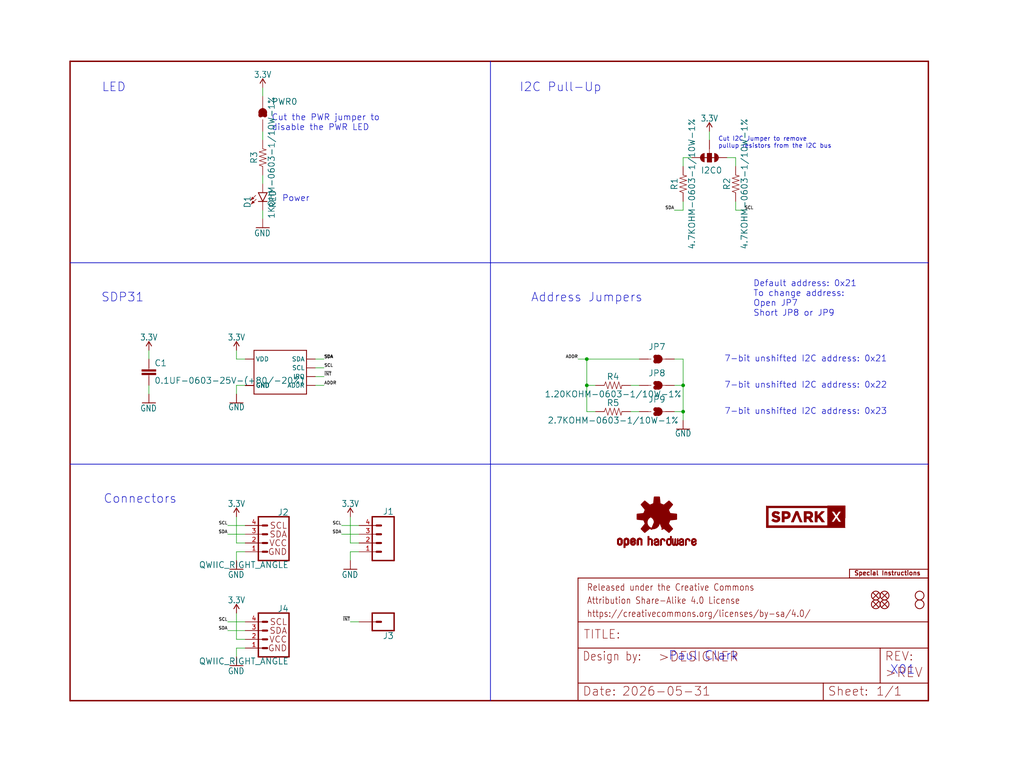
<source format=kicad_sch>
(kicad_sch (version 20230121) (generator eeschema)
  (paper "User" 297.002 223.926)
  (lib_symbols
    (symbol "working-eagle-import:0.1UF-0603-25V-(+80/-20%)"
      (property "Reference" "C" (at 1.524 2.921 0))
      (symbol "0.1UF-0603-25V-(+80/-20%)_1_0"
        (pin passive line (at 0 5.08 270) (length 2.54) (name "1") (number "1"))
        (pin passive line (at 0 -2.54 90) (length 2.54) (name "2") (number "2"))
      )
    )
    (symbol "working-eagle-import:1.20KOHM-0603-1/10W-1%"
      (property "Reference" "R" (at 0 1.524 0))
      (symbol "1.20KOHM-0603-1/10W-1%_1_0"
        (pin passive line (at -5.08 0 0) (length 2.54) (name "1") (number "1"))
        (pin passive line (at 5.08 0 180) (length 2.54) (name "2") (number "2"))
      )
    )
    (symbol "working-eagle-import:1KOHM-0603-1/10W-1%"
      (property "Reference" "R" (at 0 1.524 0))
      (symbol "1KOHM-0603-1/10W-1%_1_0"
        (pin passive line (at -5.08 0 0) (length 2.54) (name "1") (number "1"))
        (pin passive line (at 5.08 0 180) (length 2.54) (name "2") (number "2"))
      )
    )
    (symbol "working-eagle-import:2.7KOHM-0603-1/10W-1%"
      (property "Reference" "R" (at 0 1.524 0))
      (symbol "2.7KOHM-0603-1/10W-1%_1_0"
        (pin passive line (at -5.08 0 0) (length 2.54) (name "1") (number "1"))
        (pin passive line (at 5.08 0 180) (length 2.54) (name "2") (number "2"))
      )
    )
    (symbol "working-eagle-import:3.3V" (power)
      (property "Value" "3.3V" (at 0 2.794 0))
      (symbol "3.3V_1_0"
        (pin power_in line (at 0 0 90) (length 2.54) (name "3.3V") (number "1"))
      )
    )
    (symbol "working-eagle-import:4.7KOHM-0603-1/10W-1%"
      (property "Reference" "R" (at 0 1.524 0))
      (symbol "4.7KOHM-0603-1/10W-1%_1_0"
        (pin passive line (at -5.08 0 0) (length 2.54) (name "1") (number "1"))
        (pin passive line (at 5.08 0 180) (length 2.54) (name "2") (number "2"))
      )
    )
    (symbol "working-eagle-import:CONN_01PTH_NO_SILK_YES_STOP"
      (property "Reference" "J" (at -2.54 3.048 0))
      (symbol "CONN_01PTH_NO_SILK_YES_STOP_1_0"
        (pin passive line (at 7.62 0 180) (length 5.08) (name "1") (number "1"))
      )
    )
    (symbol "working-eagle-import:CONN_041X04_NO_SILK"
      (property "Reference" "J" (at -5.08 8.128 0))
      (symbol "CONN_041X04_NO_SILK_1_0"
        (pin passive line (at 5.08 -2.54 180) (length 5.08) (name "1") (number "1"))
        (pin passive line (at 5.08 0 180) (length 5.08) (name "2") (number "2"))
        (pin passive line (at 5.08 2.54 180) (length 5.08) (name "3") (number "3"))
        (pin passive line (at 5.08 5.08 180) (length 5.08) (name "4") (number "4"))
      )
    )
    (symbol "working-eagle-import:FIDUCIALUFIDUCIAL")
    (symbol "working-eagle-import:FRAME-LETTER"
      (symbol "FRAME-LETTER_2_0"
        (text "${#}/${##}" (at 86.36 1.27 0) (effects (font (size 2.54 2.54)) (justify left bottom)))
        (text "${CURRENT_DATE}" (at 12.7 1.27 0) (effects (font (size 2.54 2.54)) (justify left bottom)))
        (text "${PROJECTNAME}" (at 15.494 17.78 0) (effects (font (size 2.7432 2.7432)) (justify left bottom)))
        (text ">DESIGNER" (at 23.114 11.176 0) (effects (font (size 2.7432 2.7432)) (justify left bottom)))
        (text ">REV" (at 88.9 6.604 0) (effects (font (size 2.7432 2.7432)) (justify left bottom)))
        (text "Attribution Share-Alike 4.0 License" (at 2.54 27.94 0) (effects (font (size 1.9304 1.6408)) (justify left bottom)))
        (text "Date:" (at 1.27 1.27 0) (effects (font (size 2.54 2.54)) (justify left bottom)))
        (text "Design by:" (at 1.27 11.43 0) (effects (font (size 2.54 2.159)) (justify left bottom)))
        (text "https://creativecommons.org/licenses/by-sa/4.0/" (at 2.54 24.13 0) (effects (font (size 1.9304 1.6408)) (justify left bottom)))
        (text "Released under the Creative Commons" (at 2.54 31.75 0) (effects (font (size 1.9304 1.6408)) (justify left bottom)))
        (text "REV:" (at 88.9 11.43 0) (effects (font (size 2.54 2.54)) (justify left bottom)))
        (text "Sheet:" (at 72.39 1.27 0) (effects (font (size 2.54 2.54)) (justify left bottom)))
        (text "TITLE:" (at 1.524 17.78 0) (effects (font (size 2.54 2.54)) (justify left bottom)))
      )
    )
    (symbol "working-eagle-import:GND" (power)
      (property "Value" "GND" (at 0 -0.254 0))
      (symbol "GND_1_0"
        (pin power_in line (at 0 2.54 270) (length 2.54) (name "GND") (number "1"))
      )
    )
    (symbol "working-eagle-import:JUMPER-SMT_2_NC_TRACE_SILK"
      (property "Reference" "JP" (at -2.54 2.54 0))
      (symbol "JUMPER-SMT_2_NC_TRACE_SILK_1_0"
        (pin passive line (at -5.08 0 0) (length 2.54) (name "1") (number "1"))
        (pin passive line (at 5.08 0 180) (length 2.54) (name "2") (number "2"))
      )
    )
    (symbol "working-eagle-import:JUMPER-SMT_2_NO_SILK"
      (property "Reference" "JP" (at -2.54 2.54 0))
      (symbol "JUMPER-SMT_2_NO_SILK_1_0"
        (pin passive line (at -5.08 0 0) (length 2.54) (name "1") (number "1"))
        (pin passive line (at 5.08 0 180) (length 2.54) (name "2") (number "2"))
      )
    )
    (symbol "working-eagle-import:JUMPER-SMT_3_2-NC_TRACE_SILK"
      (property "Reference" "JP" (at 2.54 0.381 0))
      (symbol "JUMPER-SMT_3_2-NC_TRACE_SILK_1_0"
        (pin passive line (at 0 5.08 270) (length 2.54) (name "1") (number "1"))
        (pin passive line (at -5.08 0 0) (length 2.54) (name "2") (number "2"))
        (pin passive line (at 0 -5.08 90) (length 2.54) (name "3") (number "3"))
      )
    )
    (symbol "working-eagle-import:LED-RED0603"
      (property "Reference" "D" (at -3.429 -4.572 90))
      (symbol "LED-RED0603_1_0"
        (pin passive line (at 0 2.54 270) (length 2.54) (name "A") (number "A"))
        (pin passive line (at 0 -5.08 90) (length 2.54) (name "C") (number "C"))
      )
    )
    (symbol "working-eagle-import:OSHW-LOGOS")
    (symbol "working-eagle-import:QWIIC_CONNECTORJS-1MM"
      (property "Reference" "J" (at -5.08 7.874 0))
      (symbol "QWIIC_CONNECTORJS-1MM_1_0"
        (text "GND" (at -4.572 -2.54 0) (effects (font (size 1.778 1.778)) (justify left)))
        (text "SCL" (at -4.572 5.08 0) (effects (font (size 1.778 1.778)) (justify left)))
        (text "SDA" (at -4.572 2.54 0) (effects (font (size 1.778 1.778)) (justify left)))
        (text "VCC" (at -4.572 0 0) (effects (font (size 1.778 1.778)) (justify left)))
        (pin power_in line (at 7.62 -2.54 180) (length 5.08) (name "1") (number "1"))
        (pin power_in line (at 7.62 0 180) (length 5.08) (name "2") (number "2"))
        (pin passive line (at 7.62 2.54 180) (length 5.08) (name "3") (number "3"))
        (pin passive line (at 7.62 5.08 180) (length 5.08) (name "4") (number "4"))
      )
    )
    (symbol "working-eagle-import:SDP3X_SDP31"
      (symbol "SDP3X_SDP31_1_0"
        (pin power_in line (at -10.16 -5.08 0) (length 2.54) (name "GND") (number "1"))
        (pin power_in line (at -10.16 -5.08 0) (length 2.54) (name "GND") (number "10"))
        (pin power_in line (at -10.16 -5.08 0) (length 2.54) (name "GND") (number "11"))
        (pin power_in line (at -10.16 -5.08 0) (length 2.54) (name "GND") (number "2"))
        (pin power_in line (at -10.16 -5.08 0) (length 2.54) (name "GND") (number "3"))
        (pin output line (at 10.16 -2.54 180) (length 2.54) (name "IRQ") (number "4"))
        (pin bidirectional line (at 10.16 0 180) (length 2.54) (name "SCL") (number "5"))
        (pin power_in line (at -10.16 -5.08 0) (length 2.54) (name "GND") (number "6"))
        (pin power_in line (at -10.16 2.54 0) (length 2.54) (name "VDD") (number "7"))
        (pin bidirectional line (at 10.16 2.54 180) (length 2.54) (name "SDA") (number "8"))
        (pin bidirectional line (at 10.16 -5.08 180) (length 2.54) (name "ADDR") (number "9"))
        (pin power_in line (at -10.16 -5.08 0) (length 2.54) (name "GND") (number "DIEPAD1"))
        (pin power_in line (at -10.16 -5.08 0) (length 2.54) (name "GND") (number "DIEPAD2"))
      )
    )
    (symbol "working-eagle-import:SPARKX-LOGO3")
    (symbol "working-eagle-import:SPECIAL_INSTRUCTIONS-ORDERING"
      (symbol "SPECIAL_INSTRUCTIONS-ORDERING_1_0"
        (text "Special Instructions" (at 1.27 0.6985 0) (effects (font (size 1.27 1.27) (thickness 0.254) bold) (justify left bottom)))
      )
    )
    (symbol "working-eagle-import:STAND-OFF")
  )
  (junction (at 170.18 104.14))
  (junction (at 170.18 111.76))
  (junction (at 198.12 111.76))
  (junction (at 198.12 119.38))
  (wire (pts (xy 213.36 58.42) (xy 213.36 60.96)) (stroke (width 0.1524)))
  (wire (pts (xy 182.88 111.76) (xy 185.42 111.76)) (stroke (width 0.1524)))
  (wire (pts (xy 170.18 111.76) (xy 170.18 119.38)) (stroke (width 0.1524)))
  (wire (pts (xy 198.12 60.96) (xy 195.58 60.96)) (stroke (width 0.1524)))
  (wire (pts (xy 172.72 119.38) (xy 170.18 119.38)) (stroke (width 0.1524)))
  (wire (pts (xy 198.12 119.38) (xy 198.12 121.92)) (stroke (width 0.1524)))
  (wire (pts (xy 104.14 152.4) (xy 99.06 152.4)) (stroke (width 0.1524)))
  (wire (pts (xy 91.44 106.68) (xy 93.98 106.68)) (stroke (width 0.1524)))
  (wire (pts (xy 71.12 182.88) (xy 66.04 182.88)) (stroke (width 0.1524)))
  (wire (pts (xy 182.88 119.38) (xy 185.42 119.38)) (stroke (width 0.1524)))
  (polyline (pts (xy 142.24 76.2) (xy 142.24 17.78)) (stroke (width 0.2032) (type solid)))
  (wire (pts (xy 43.18 111.76) (xy 43.18 114.3)) (stroke (width 0.1524)))
  (wire (pts (xy 76.2 40.64) (xy 76.2 38.1)) (stroke (width 0.1524)))
  (polyline (pts (xy 142.24 134.62) (xy 269.24 134.62)) (stroke (width 0.2032) (type solid)))
  (wire (pts (xy 170.18 104.14) (xy 170.18 111.76)) (stroke (width 0.1524)))
  (wire (pts (xy 71.12 152.4) (xy 66.04 152.4)) (stroke (width 0.1524)))
  (wire (pts (xy 172.72 111.76) (xy 170.18 111.76)) (stroke (width 0.1524)))
  (wire (pts (xy 198.12 45.72) (xy 200.66 45.72)) (stroke (width 0.1524)))
  (wire (pts (xy 76.2 53.34) (xy 76.2 50.8)) (stroke (width 0.1524)))
  (polyline (pts (xy 142.24 203.2) (xy 142.24 134.62)) (stroke (width 0.2032) (type solid)))
  (wire (pts (xy 68.58 104.14) (xy 68.58 101.6)) (stroke (width 0.1524)))
  (wire (pts (xy 104.14 157.48) (xy 101.6 157.48)) (stroke (width 0.1524)))
  (wire (pts (xy 71.12 111.76) (xy 68.58 111.76)) (stroke (width 0.1524)))
  (wire (pts (xy 71.12 180.34) (xy 66.04 180.34)) (stroke (width 0.1524)))
  (wire (pts (xy 68.58 111.76) (xy 68.58 114.3)) (stroke (width 0.1524)))
  (wire (pts (xy 71.12 154.94) (xy 66.04 154.94)) (stroke (width 0.1524)))
  (wire (pts (xy 104.14 180.34) (xy 101.6 180.34)) (stroke (width 0.1524)))
  (wire (pts (xy 71.12 157.48) (xy 68.58 157.48)) (stroke (width 0.1524)))
  (wire (pts (xy 71.12 160.02) (xy 68.58 160.02)) (stroke (width 0.1524)))
  (wire (pts (xy 68.58 187.96) (xy 68.58 190.5)) (stroke (width 0.1524)))
  (wire (pts (xy 195.58 119.38) (xy 198.12 119.38)) (stroke (width 0.1524)))
  (wire (pts (xy 71.12 187.96) (xy 68.58 187.96)) (stroke (width 0.1524)))
  (wire (pts (xy 213.36 45.72) (xy 213.36 48.26)) (stroke (width 0.1524)))
  (polyline (pts (xy 142.24 76.2) (xy 269.24 76.2)) (stroke (width 0.2032) (type solid)))
  (wire (pts (xy 76.2 63.5) (xy 76.2 60.96)) (stroke (width 0.1524)))
  (wire (pts (xy 104.14 160.02) (xy 101.6 160.02)) (stroke (width 0.1524)))
  (wire (pts (xy 213.36 60.96) (xy 215.9 60.96)) (stroke (width 0.1524)))
  (wire (pts (xy 68.58 160.02) (xy 68.58 162.56)) (stroke (width 0.1524)))
  (wire (pts (xy 91.44 104.14) (xy 93.98 104.14)) (stroke (width 0.1524)))
  (wire (pts (xy 71.12 104.14) (xy 68.58 104.14)) (stroke (width 0.1524)))
  (wire (pts (xy 198.12 60.96) (xy 198.12 58.42)) (stroke (width 0.1524)))
  (wire (pts (xy 68.58 185.42) (xy 68.58 177.8)) (stroke (width 0.1524)))
  (wire (pts (xy 185.42 104.14) (xy 170.18 104.14)) (stroke (width 0.1524)))
  (wire (pts (xy 43.18 104.14) (xy 43.18 101.6)) (stroke (width 0.1524)))
  (wire (pts (xy 91.44 111.76) (xy 93.98 111.76)) (stroke (width 0.1524)))
  (wire (pts (xy 71.12 185.42) (xy 68.58 185.42)) (stroke (width 0.1524)))
  (wire (pts (xy 198.12 104.14) (xy 198.12 111.76)) (stroke (width 0.1524)))
  (wire (pts (xy 195.58 111.76) (xy 198.12 111.76)) (stroke (width 0.1524)))
  (wire (pts (xy 76.2 27.94) (xy 76.2 25.4)) (stroke (width 0.1524)))
  (polyline (pts (xy 20.32 134.62) (xy 142.24 134.62)) (stroke (width 0.2032) (type solid)))
  (wire (pts (xy 198.12 48.26) (xy 198.12 45.72)) (stroke (width 0.1524)))
  (polyline (pts (xy 142.24 134.62) (xy 142.24 76.2)) (stroke (width 0.2032) (type solid)))
  (wire (pts (xy 101.6 157.48) (xy 101.6 149.86)) (stroke (width 0.1524)))
  (wire (pts (xy 101.6 160.02) (xy 101.6 162.56)) (stroke (width 0.1524)))
  (wire (pts (xy 91.44 109.22) (xy 93.98 109.22)) (stroke (width 0.1524)))
  (wire (pts (xy 205.74 38.1) (xy 205.74 40.64)) (stroke (width 0.1524)))
  (wire (pts (xy 68.58 157.48) (xy 68.58 149.86)) (stroke (width 0.1524)))
  (polyline (pts (xy 20.32 76.2) (xy 142.24 76.2)) (stroke (width 0.2032) (type solid)))
  (wire (pts (xy 198.12 111.76) (xy 198.12 119.38)) (stroke (width 0.1524)))
  (wire (pts (xy 104.14 154.94) (xy 99.06 154.94)) (stroke (width 0.1524)))
  (wire (pts (xy 170.18 104.14) (xy 167.64 104.14)) (stroke (width 0.1524)))
  (wire (pts (xy 210.82 45.72) (xy 213.36 45.72)) (stroke (width 0.1524)))
  (wire (pts (xy 195.58 104.14) (xy 198.12 104.14)) (stroke (width 0.1524)))
  (text "Power" (at 81.788 58.674 0) (effects (font (size 1.778 1.778)) (justify left bottom)))
  (text "7-bit unshifted I2C address: 0x22" (at 233.68 111.76 0) (effects (font (size 1.778 1.778))))
  (text "I2C Pull-Up" (at 162.56 25.4 0) (effects (font (size 2.54 2.54))))
  (text "Address Jumpers" (at 170.18 86.36 0) (effects (font (size 2.54 2.54))))
  (text "X01" (at 258.064 195.834 0) (effects (font (size 2.54 2.54)) (justify left bottom)))
  (text "LED" (at 33.02 25.4 0) (effects (font (size 2.54 2.54))))
  (text "7-bit unshifted I2C address: 0x23" (at 233.68 119.38 0) (effects (font (size 1.778 1.778))))
  (text "Default address: 0x21\nTo change address:\nOpen JP7\nShort JP8 or JP9" (at 218.44 81.28 0) (effects (font (size 1.778 1.778)) (justify left top)))
  (text "7-bit unshifted I2C address: 0x21" (at 233.68 104.14 0) (effects (font (size 1.778 1.778))))
  (text "Cut the PWR jumper to\ndisable the PWR LED" (at 78.74 38.1 0) (effects (font (size 1.778 1.778)) (justify left bottom)))
  (text "SDP31" (at 35.56 86.36 0) (effects (font (size 2.54 2.54))))
  (text "Cut I2C Jumper to remove\npullup resistors from the I2C bus" (at 208.28 43.18 0) (effects (font (size 1.27 1.27)) (justify left bottom)))
  (text "Connectors" (at 40.64 144.78 0) (effects (font (size 2.54 2.54))))
  (text "Paul Clark" (at 193.802 191.77 0) (effects (font (size 2.54 2.54)) (justify left bottom)))
  (label "SDA" (at 99.06 154.94 180) (effects (font (size 0.889 0.889))))
  (label "SCL" (at 66.04 180.34 180) (effects (font (size 0.889 0.889))))
  (label "~{INT}" (at 93.98 109.22 0) (effects (font (size 0.889 0.889))))
  (label "SDA" (at 66.04 182.88 180) (effects (font (size 0.889 0.889))))
  (label "SCL" (at 215.9 60.96 0) (effects (font (size 0.889 0.889))))
  (label "SDA" (at 93.98 104.14 0) (effects (font (size 0.889 0.889))))
  (label "SDA" (at 93.98 104.14 0) (effects (font (size 0.889 0.889))))
  (label "SDA" (at 93.98 104.14 0) (effects (font (size 0.889 0.889))))
  (label "SDA" (at 93.98 104.14 0) (effects (font (size 0.889 0.889))))
  (label "ADDR" (at 93.98 111.76 0) (effects (font (size 0.889 0.889))))
  (label "SCL" (at 66.04 152.4 180) (effects (font (size 0.889 0.889))))
  (label "SCL" (at 99.06 152.4 180) (effects (font (size 0.889 0.889))))
  (label "~{INT}" (at 101.6 180.34 180) (effects (font (size 0.889 0.889))))
  (label "SDA" (at 93.98 104.14 0) (effects (font (size 0.889 0.889))))
  (label "SCL" (at 93.98 106.68 0) (effects (font (size 0.889 0.889))))
  (label "SDA" (at 195.58 60.96 180) (effects (font (size 0.889 0.889))))
  (label "ADDR" (at 167.64 104.14 180) (effects (font (size 0.889 0.889))))
  (label "SDA" (at 66.04 154.94 180) (effects (font (size 0.889 0.889))))
  (symbol (lib_id "working-eagle-import:FIDUCIALUFIDUCIAL") (at 256.54 175.26 0) (unit 1)
    (property "Reference" "JP1" (effects hide))
    (property "Value" "FIDUCIALUFIDUCIAL" (effects hide))
    (property "Footprint" "working:FIDUCIAL-MICRO" (effects hide))
  )
  (symbol (lib_id "working-eagle-import:3.3V") (at 76.2 25.4 0) (unit 1)
    (property "Reference" "#SUPPLY10" (effects hide))
    (property "Value" "3.3V" (at 76.2 22.606 0) (effects (font (size 1.778 1.5113)) (justify bottom)))
  )
  (symbol (lib_id "working-eagle-import:JUMPER-SMT_2_NO_SILK") (at 190.5 111.76 0) (unit 1)
    (property "Reference" "JP8" (at 187.96 109.22 0) (effects (font (size 1.778 1.778)) (justify left bottom)))
    (property "Value" "JUMPER-SMT_2_NO_SILK" (effects hide))
    (property "Footprint" "working:SMT-JUMPER_2_NO_SILK" (effects hide))
  )
  (symbol (lib_id "working-eagle-import:3.3V") (at 101.6 149.86 0) (unit 1)
    (property "Reference" "#SUPPLY7" (effects hide))
    (property "Value" "3.3V" (at 101.6 147.066 0) (effects (font (size 1.778 1.5113)) (justify bottom)))
  )
  (symbol (lib_id "working-eagle-import:QWIIC_CONNECTORJS-1MM") (at 78.74 185.42 0) (mirror y) (unit 1)
    (property "Reference" "J4" (at 83.82 177.546 0) (effects (font (size 1.778 1.778)) (justify left bottom)))
    (property "Value" "QWIIC_RIGHT_ANGLE" (at 83.82 190.754 0) (effects (font (size 1.778 1.778)) (justify left top)))
    (property "Footprint" "working:JST04_1MM_RA" (effects hide))
  )
  (symbol (lib_id "working-eagle-import:FIDUCIALUFIDUCIAL") (at 254 172.72 0) (unit 1)
    (property "Reference" "JP2" (effects hide))
    (property "Value" "FIDUCIALUFIDUCIAL" (effects hide))
    (property "Footprint" "working:FIDUCIAL-MICRO" (effects hide))
  )
  (symbol (lib_id "working-eagle-import:GND") (at 43.18 116.84 0) (unit 1)
    (property "Reference" "#GND2" (effects hide))
    (property "Value" "GND" (at 40.64 119.38 0) (effects (font (size 1.778 1.5113)) (justify left bottom)))
  )
  (symbol (lib_id "working-eagle-import:FRAME-LETTER") (at 20.32 203.2 0) (unit 1)
    (property "Reference" "FRAME1" (effects hide))
    (property "Value" "FRAME-LETTER" (effects hide))
    (property "Footprint" "working:CREATIVE_COMMONS" (effects hide))
  )
  (symbol (lib_id "working-eagle-import:JUMPER-SMT_2_NC_TRACE_SILK") (at 76.2 33.02 90) (unit 1)
    (property "Reference" "PWR0" (at 78.74 30.48 90) (effects (font (size 1.778 1.778)) (justify right top)))
    (property "Value" "JUMPER-SMT_2_NC_TRACE_SILK" (effects hide))
    (property "Footprint" "working:SMT-JUMPER_2_NC_TRACE_SILK" (effects hide))
  )
  (symbol (lib_id "working-eagle-import:FIDUCIALUFIDUCIAL") (at 256.54 172.72 0) (unit 1)
    (property "Reference" "JP6" (effects hide))
    (property "Value" "FIDUCIALUFIDUCIAL" (effects hide))
    (property "Footprint" "working:FIDUCIAL-MICRO" (effects hide))
  )
  (symbol (lib_id "working-eagle-import:2.7KOHM-0603-1/10W-1%") (at 177.8 119.38 0) (unit 1)
    (property "Reference" "R5" (at 177.8 117.856 0) (effects (font (size 1.778 1.778)) (justify bottom)))
    (property "Value" "2.7KOHM-0603-1/10W-1%" (at 177.8 120.904 0) (effects (font (size 1.778 1.778)) (justify top)))
    (property "Footprint" "working:0603" (effects hide))
  )
  (symbol (lib_id "working-eagle-import:JUMPER-SMT_2_NO_SILK") (at 190.5 119.38 0) (unit 1)
    (property "Reference" "JP9" (at 187.96 116.84 0) (effects (font (size 1.778 1.778)) (justify left bottom)))
    (property "Value" "JUMPER-SMT_2_NO_SILK" (effects hide))
    (property "Footprint" "working:SMT-JUMPER_2_NO_SILK" (effects hide))
  )
  (symbol (lib_id "working-eagle-import:FIDUCIALUFIDUCIAL") (at 254 175.26 0) (unit 1)
    (property "Reference" "JP5" (effects hide))
    (property "Value" "FIDUCIALUFIDUCIAL" (effects hide))
    (property "Footprint" "working:FIDUCIAL-MICRO" (effects hide))
  )
  (symbol (lib_id "working-eagle-import:CONN_041X04_NO_SILK") (at 109.22 157.48 0) (mirror y) (unit 1)
    (property "Reference" "J1" (at 114.3 149.352 0) (effects (font (size 1.778 1.778)) (justify left bottom)))
    (property "Value" "CONN_041X04_NO_SILK" (effects hide))
    (property "Footprint" "working:1X04_NO_SILK" (effects hide))
  )
  (symbol (lib_id "working-eagle-import:OSHW-LOGOS") (at 190.5 149.86 0) (unit 1)
    (property "Reference" "LOGO5" (effects hide))
    (property "Value" "OSHW-LOGOS" (effects hide))
    (property "Footprint" "working:OSHW-LOGO-S" (effects hide))
  )
  (symbol (lib_id "working-eagle-import:4.7KOHM-0603-1/10W-1%") (at 213.36 53.34 90) (unit 1)
    (property "Reference" "R2" (at 211.836 53.34 0) (effects (font (size 1.778 1.778)) (justify bottom)))
    (property "Value" "4.7KOHM-0603-1/10W-1%" (at 214.884 53.34 0) (effects (font (size 1.778 1.778)) (justify top)))
    (property "Footprint" "working:0603" (effects hide))
  )
  (symbol (lib_id "working-eagle-import:3.3V") (at 68.58 101.6 0) (unit 1)
    (property "Reference" "#SUPPLY1" (effects hide))
    (property "Value" "3.3V" (at 68.58 98.806 0) (effects (font (size 1.778 1.5113)) (justify bottom)))
  )
  (symbol (lib_id "working-eagle-import:0.1UF-0603-25V-(+80/-20%)") (at 43.18 109.22 0) (unit 1)
    (property "Reference" "C1" (at 44.704 106.299 0) (effects (font (size 1.778 1.778)) (justify left bottom)))
    (property "Value" "0.1UF-0603-25V-(+80/-20%)" (at 44.704 111.379 0) (effects (font (size 1.778 1.778)) (justify left bottom)))
    (property "Footprint" "working:0603" (effects hide))
  )
  (symbol (lib_id "working-eagle-import:SPECIAL_INSTRUCTIONS-ORDERING") (at 246.38 167.64 0) (unit 1)
    (property "Reference" "LOGO1" (effects hide))
    (property "Value" "SPECIAL_INSTRUCTIONS-ORDERING" (effects hide))
    (property "Footprint" "working:ORDERING_INSTRUCTIONS" (effects hide))
  )
  (symbol (lib_id "working-eagle-import:4.7KOHM-0603-1/10W-1%") (at 198.12 53.34 90) (unit 1)
    (property "Reference" "R1" (at 196.596 53.34 0) (effects (font (size 1.778 1.778)) (justify bottom)))
    (property "Value" "4.7KOHM-0603-1/10W-1%" (at 199.644 53.34 0) (effects (font (size 1.778 1.778)) (justify top)))
    (property "Footprint" "working:0603" (effects hide))
  )
  (symbol (lib_id "working-eagle-import:JUMPER-SMT_3_2-NC_TRACE_SILK") (at 205.74 45.72 270) (unit 1)
    (property "Reference" "I2C0" (at 203.2 50.419 90) (effects (font (size 1.778 1.778)) (justify left bottom)))
    (property "Value" "JUMPER-SMT_3_2-NC_TRACE_SILK" (effects hide))
    (property "Footprint" "working:SMT-JUMPER_3_2-NC_TRACE_SILK" (effects hide))
  )
  (symbol (lib_id "working-eagle-import:SPARKX-LOGO3") (at 233.68 149.86 0) (unit 1)
    (property "Reference" "U$18" (effects hide))
    (property "Value" "SPARKX-LOGO3" (effects hide))
    (property "Footprint" "working:SPARKX-SMALL" (effects hide))
  )
  (symbol (lib_id "working-eagle-import:JUMPER-SMT_2_NC_TRACE_SILK") (at 190.5 104.14 0) (unit 1)
    (property "Reference" "JP7" (at 187.96 101.6 0) (effects (font (size 1.778 1.778)) (justify left bottom)))
    (property "Value" "JUMPER-SMT_2_NC_TRACE_SILK" (effects hide))
    (property "Footprint" "working:SMT-JUMPER_2_NC_TRACE_SILK" (effects hide))
  )
  (symbol (lib_id "working-eagle-import:QWIIC_CONNECTORJS-1MM") (at 78.74 157.48 0) (mirror y) (unit 1)
    (property "Reference" "J2" (at 83.82 149.606 0) (effects (font (size 1.778 1.778)) (justify left bottom)))
    (property "Value" "QWIIC_RIGHT_ANGLE" (at 83.82 162.814 0) (effects (font (size 1.778 1.778)) (justify left top)))
    (property "Footprint" "working:JST04_1MM_RA" (effects hide))
  )
  (symbol (lib_id "working-eagle-import:LED-RED0603") (at 76.2 55.88 0) (unit 1)
    (property "Reference" "D1" (at 72.771 60.452 90) (effects (font (size 1.778 1.778)) (justify left bottom)))
    (property "Value" "RED" (at 78.105 60.452 90) (effects (font (size 1.778 1.778)) (justify left top)))
    (property "Footprint" "working:LED-0603" (effects hide))
  )
  (symbol (lib_id "working-eagle-import:FRAME-LETTER") (at 167.64 203.2 0) (unit 2)
    (property "Reference" "FRAME1" (effects hide))
    (property "Value" "FRAME-LETTER" (effects hide))
    (property "Footprint" "working:CREATIVE_COMMONS" (effects hide))
  )
  (symbol (lib_id "working-eagle-import:GND") (at 76.2 66.04 0) (unit 1)
    (property "Reference" "#GND3" (effects hide))
    (property "Value" "GND" (at 73.66 68.58 0) (effects (font (size 1.778 1.5113)) (justify left bottom)))
  )
  (symbol (lib_id "working-eagle-import:3.3V") (at 68.58 177.8 0) (unit 1)
    (property "Reference" "#SUPPLY8" (effects hide))
    (property "Value" "3.3V" (at 68.58 175.006 0) (effects (font (size 1.778 1.5113)) (justify bottom)))
  )
  (symbol (lib_id "working-eagle-import:1KOHM-0603-1/10W-1%") (at 76.2 45.72 90) (unit 1)
    (property "Reference" "R3" (at 74.676 45.72 0) (effects (font (size 1.778 1.778)) (justify bottom)))
    (property "Value" "1KOHM-0603-1/10W-1%" (at 77.724 45.72 0) (effects (font (size 1.778 1.778)) (justify top)))
    (property "Footprint" "working:0603" (effects hide))
  )
  (symbol (lib_id "working-eagle-import:GND") (at 198.12 124.46 0) (unit 1)
    (property "Reference" "#GND4" (effects hide))
    (property "Value" "GND" (at 198.12 124.714 0) (effects (font (size 1.778 1.5113)) (justify top)))
  )
  (symbol (lib_id "working-eagle-import:3.3V") (at 205.74 38.1 0) (unit 1)
    (property "Reference" "#SUPPLY9" (effects hide))
    (property "Value" "3.3V" (at 205.74 35.306 0) (effects (font (size 1.778 1.5113)) (justify bottom)))
  )
  (symbol (lib_id "working-eagle-import:STAND-OFF") (at 266.7 172.72 0) (unit 1)
    (property "Reference" "JP3" (effects hide))
    (property "Value" "STAND-OFF" (effects hide))
    (property "Footprint" "working:STAND-OFF" (effects hide))
  )
  (symbol (lib_id "working-eagle-import:GND") (at 68.58 165.1 0) (unit 1)
    (property "Reference" "#GND6" (effects hide))
    (property "Value" "GND" (at 66.04 167.64 0) (effects (font (size 1.778 1.5113)) (justify left bottom)))
  )
  (symbol (lib_id "working-eagle-import:3.3V") (at 68.58 149.86 0) (unit 1)
    (property "Reference" "#SUPPLY4" (effects hide))
    (property "Value" "3.3V" (at 68.58 147.066 0) (effects (font (size 1.778 1.5113)) (justify bottom)))
  )
  (symbol (lib_id "working-eagle-import:3.3V") (at 43.18 101.6 0) (unit 1)
    (property "Reference" "#SUPPLY3" (effects hide))
    (property "Value" "3.3V" (at 43.18 98.806 0) (effects (font (size 1.778 1.5113)) (justify bottom)))
  )
  (symbol (lib_id "working-eagle-import:GND") (at 68.58 193.04 0) (unit 1)
    (property "Reference" "#GND8" (effects hide))
    (property "Value" "GND" (at 66.04 195.58 0) (effects (font (size 1.778 1.5113)) (justify left bottom)))
  )
  (symbol (lib_id "working-eagle-import:GND") (at 101.6 165.1 0) (unit 1)
    (property "Reference" "#GND7" (effects hide))
    (property "Value" "GND" (at 99.06 167.64 0) (effects (font (size 1.778 1.5113)) (justify left bottom)))
  )
  (symbol (lib_id "working-eagle-import:GND") (at 68.58 116.84 0) (unit 1)
    (property "Reference" "#GND1" (effects hide))
    (property "Value" "GND" (at 68.58 117.094 0) (effects (font (size 1.778 1.5113)) (justify top)))
  )
  (symbol (lib_id "working-eagle-import:CONN_01PTH_NO_SILK_YES_STOP") (at 111.76 180.34 180) (unit 1)
    (property "Reference" "J3" (at 114.3 183.388 0) (effects (font (size 1.778 1.778)) (justify left bottom)))
    (property "Value" "CONN_01PTH_NO_SILK_YES_STOP" (effects hide))
    (property "Footprint" "working:1X01_NO_SILK" (effects hide))
  )
  (symbol (lib_id "working-eagle-import:SDP3X_SDP31") (at 81.28 106.68 0) (unit 1)
    (property "Reference" "U1" (effects hide))
    (property "Value" "SDP3X_SDP31" (effects hide))
    (property "Footprint" "working:SDP3X" (effects hide))
  )
  (symbol (lib_id "working-eagle-import:1.20KOHM-0603-1/10W-1%") (at 177.8 111.76 0) (unit 1)
    (property "Reference" "R4" (at 177.8 110.236 0) (effects (font (size 1.778 1.778)) (justify bottom)))
    (property "Value" "1.20KOHM-0603-1/10W-1%" (at 177.8 113.284 0) (effects (font (size 1.778 1.778)) (justify top)))
    (property "Footprint" "working:0603" (effects hide))
  )
  (symbol (lib_id "working-eagle-import:STAND-OFF") (at 266.7 175.26 0) (unit 1)
    (property "Reference" "JP4" (effects hide))
    (property "Value" "STAND-OFF" (effects hide))
    (property "Footprint" "working:STAND-OFF" (effects hide))
  )
)
</source>
